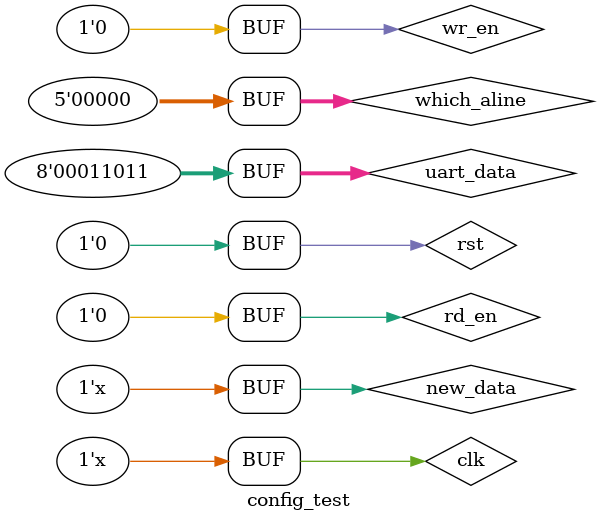
<source format=v>
`timescale 1ns / 1ps


module config_test;

	// Inputs
	reg [7:0] uart_data;
	reg rst;
	reg clk;
	reg new_data;
	reg wr_en;
	reg rd_en;
	reg [4:0] which_aline;

	// Outputs
	wire intaking_configs;
	wire [7:0] channel_select;
	wire [4:0] aline_select;
	wire [31:0] pulse_shape;
	wire [15:0] ch0delay;
	wire [15:0] ch1delay;
	wire [15:0] ch2delay;
	wire [15:0] ch3delay;
	wire [15:0] ch4delay;
	wire [15:0] ch5delay;
	wire [15:0] ch6delay;
	wire [15:0] ch7delay;

	// Instantiate the Unit Under Test (UUT)
	store_configs uut (
		.uart_data(uart_data), 
		.rst(rst), 
		.clk(clk), 
		.new_data(new_data), 
		.intaking_configs(intaking_configs), 
		.wr_en(wr_en), 
		.rd_en(rd_en), 
		.channel_select(channel_select), 
		.aline_select(aline_select), 
		.pulse_shape(pulse_shape), 
		.which_aline(which_aline), 
		.ch0delay(ch0delay), 
		.ch1delay(ch1delay), 
		.ch2delay(ch2delay), 
		.ch3delay(ch3delay), 
		.ch4delay(ch4delay), 
		.ch5delay(ch5delay), 
		.ch6delay(ch6delay), 
		.ch7delay(ch7delay)
	);

	initial begin
		// Initialize Inputs
		uart_data = 8'b00011011;
		rst = 0;
		clk = 0;
		new_data = 0;
		wr_en = 0;
		rd_en = 0;
		which_aline = 0;

		// Wait 100 ns for global reset to finish
		#100;
		
		
		
        
		// Add stimulus here

	end
always #5 clk = ~clk;
always #50 new_data = ~new_data;     
endmodule


</source>
